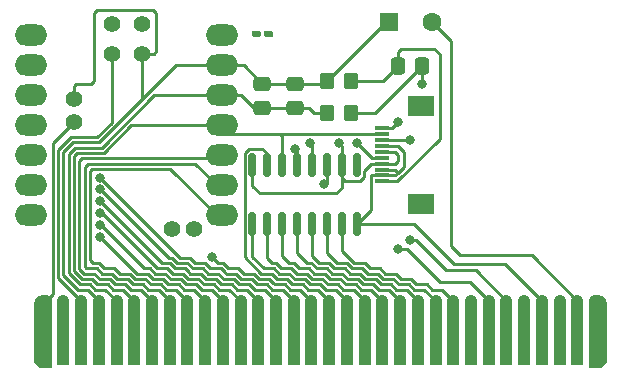
<source format=gbr>
%TF.GenerationSoftware,KiCad,Pcbnew,(6.0.11-0)*%
%TF.CreationDate,2023-06-25T12:17:34-05:00*%
%TF.ProjectId,TypePak,54797065-5061-46b2-9e6b-696361645f70,rev?*%
%TF.SameCoordinates,Original*%
%TF.FileFunction,Copper,L1,Top*%
%TF.FilePolarity,Positive*%
%FSLAX46Y46*%
G04 Gerber Fmt 4.6, Leading zero omitted, Abs format (unit mm)*
G04 Created by KiCad (PCBNEW (6.0.11-0)) date 2023-06-25 12:17:34*
%MOMM*%
%LPD*%
G01*
G04 APERTURE LIST*
G04 Aperture macros list*
%AMRoundRect*
0 Rectangle with rounded corners*
0 $1 Rounding radius*
0 $2 $3 $4 $5 $6 $7 $8 $9 X,Y pos of 4 corners*
0 Add a 4 corners polygon primitive as box body*
4,1,4,$2,$3,$4,$5,$6,$7,$8,$9,$2,$3,0*
0 Add four circle primitives for the rounded corners*
1,1,$1+$1,$2,$3*
1,1,$1+$1,$4,$5*
1,1,$1+$1,$6,$7*
1,1,$1+$1,$8,$9*
0 Add four rect primitives between the rounded corners*
20,1,$1+$1,$2,$3,$4,$5,0*
20,1,$1+$1,$4,$5,$6,$7,0*
20,1,$1+$1,$6,$7,$8,$9,0*
20,1,$1+$1,$8,$9,$2,$3,0*%
%AMFreePoly0*
4,1,23,0.012351,0.494884,0.073905,0.494508,0.209726,0.453889,0.328688,0.376782,0.421226,0.269385,0.479903,0.140333,0.500000,0.000000,0.500000,-5.700000,-0.500000,-5.700000,-1.000000,-5.200000,-1.000000,-0.250000,-0.998900,-0.250000,-0.999927,-0.239528,-0.978971,-0.073643,-0.921784,0.083476,-0.831208,0.224022,-0.711746,0.341008,-0.569334,0.428620,-0.411051,0.482504,-0.251839,0.499238,
-0.250000,0.500000,0.000000,0.500000,0.012351,0.494884,0.012351,0.494884,$1*%
%AMFreePoly1*
4,1,16,0.072842,0.495741,0.209002,0.455021,0.328260,0.377721,0.421030,0.270057,0.479853,0.140683,0.500000,0.000000,0.500000,-5.400000,-0.500000,-5.400000,-0.500000,-0.012664,-0.502457,0.006124,-0.480592,0.146550,-0.420193,0.275196,-0.326115,0.381719,-0.205921,0.457555,-0.069274,0.496609,0.072842,0.495741,0.072842,0.495741,$1*%
%AMFreePoly2*
4,1,24,0.251094,0.499547,0.255236,0.499982,0.421263,0.480184,0.578778,0.424096,0.719953,0.334503,0.837770,0.215861,0.926374,0.074064,0.981362,-0.083839,1.000000,-0.250000,1.000000,-5.200000,0.500000,-5.700000,-0.500000,-5.700000,-0.500000,0.000000,-0.499365,0.001534,-0.499963,0.006109,-0.478152,0.146186,-0.417904,0.274511,-0.324060,0.380769,-0.204165,0.456417,-0.067858,0.495374,
-0.011992,0.495033,0.000000,0.500000,0.250000,0.500000,0.251094,0.499547,0.251094,0.499547,$1*%
G04 Aperture macros list end*
%TA.AperFunction,SMDPad,CuDef*%
%ADD10RoundRect,0.250000X0.350000X0.450000X-0.350000X0.450000X-0.350000X-0.450000X0.350000X-0.450000X0*%
%TD*%
%TA.AperFunction,ComponentPad*%
%ADD11C,0.800000*%
%TD*%
%TA.AperFunction,ConnectorPad*%
%ADD12FreePoly0,0.000000*%
%TD*%
%TA.AperFunction,ConnectorPad*%
%ADD13FreePoly1,0.000000*%
%TD*%
%TA.AperFunction,ConnectorPad*%
%ADD14FreePoly2,0.000000*%
%TD*%
%TA.AperFunction,SMDPad,CuDef*%
%ADD15RoundRect,0.250000X-0.350000X-0.450000X0.350000X-0.450000X0.350000X0.450000X-0.350000X0.450000X0*%
%TD*%
%TA.AperFunction,SMDPad,CuDef*%
%ADD16RoundRect,0.250000X0.475000X-0.337500X0.475000X0.337500X-0.475000X0.337500X-0.475000X-0.337500X0*%
%TD*%
%TA.AperFunction,SMDPad,CuDef*%
%ADD17RoundRect,0.250000X0.337500X0.475000X-0.337500X0.475000X-0.337500X-0.475000X0.337500X-0.475000X0*%
%TD*%
%TA.AperFunction,SMDPad,CuDef*%
%ADD18RoundRect,0.150000X0.150000X-0.825000X0.150000X0.825000X-0.150000X0.825000X-0.150000X-0.825000X0*%
%TD*%
%TA.AperFunction,SMDPad,CuDef*%
%ADD19R,1.300000X0.300000*%
%TD*%
%TA.AperFunction,SMDPad,CuDef*%
%ADD20R,2.200000X1.800000*%
%TD*%
%TA.AperFunction,ComponentPad*%
%ADD21O,2.750000X1.800000*%
%TD*%
%TA.AperFunction,ComponentPad*%
%ADD22C,1.397000*%
%TD*%
%TA.AperFunction,ComponentPad*%
%ADD23RoundRect,0.250000X-0.550000X-0.550000X0.550000X-0.550000X0.550000X0.550000X-0.550000X0.550000X0*%
%TD*%
%TA.AperFunction,ComponentPad*%
%ADD24C,1.600000*%
%TD*%
%TA.AperFunction,ViaPad*%
%ADD25C,0.800000*%
%TD*%
%TA.AperFunction,Conductor*%
%ADD26C,0.250000*%
%TD*%
G04 APERTURE END LIST*
D10*
%TO.P,FB1,1*%
%TO.N,Net-(C3-Pad1)*%
X152250000Y-94750000D03*
%TO.P,FB1,2*%
%TO.N,VCC*%
X150250000Y-94750000D03*
%TD*%
D11*
%TO.P,J1,1,Pin_1*%
%TO.N,BATOUT*%
X126400000Y-110600000D03*
D12*
X126400000Y-110600000D03*
D11*
%TO.P,J1,2,Pin_2*%
%TO.N,BATIN*%
X127900000Y-110600000D03*
D13*
X127900000Y-110600000D03*
D11*
%TO.P,J1,3,Pin_3*%
%TO.N,RST*%
X129400000Y-110600000D03*
D13*
X129400000Y-110600000D03*
D11*
%TO.P,J1,4,Pin_4*%
%TO.N,GND*%
X130900000Y-110600000D03*
D13*
X130900000Y-110600000D03*
D11*
%TO.P,J1,5,Pin_5*%
%TO.N,VCC*%
X132400000Y-110600000D03*
D13*
X132400000Y-110600000D03*
%TO.P,J1,6,Pin_6*%
%TO.N,MOSI*%
X133900000Y-110600000D03*
D11*
X133900000Y-110600000D03*
%TO.P,J1,7,Pin_7*%
%TO.N,MISO*%
X135400000Y-110600000D03*
D13*
X135400000Y-110600000D03*
D11*
%TO.P,J1,8,Pin_8*%
%TO.N,SCK*%
X136900000Y-110600000D03*
D13*
X136900000Y-110600000D03*
D11*
%TO.P,J1,9,Pin_9*%
%TO.N,IO_CS*%
X138400000Y-110600000D03*
D13*
X138400000Y-110600000D03*
D11*
%TO.P,J1,10,Pin_10*%
%TO.N,row5*%
X139900000Y-110600000D03*
D13*
X139900000Y-110600000D03*
D11*
%TO.P,J1,11,Pin_11*%
%TO.N,row4*%
X141400000Y-110600000D03*
D13*
X141400000Y-110600000D03*
D11*
%TO.P,J1,12,Pin_12*%
%TO.N,row3*%
X142900000Y-110600000D03*
D13*
X142900000Y-110600000D03*
%TO.P,J1,13,Pin_13*%
%TO.N,row2*%
X144400000Y-110600000D03*
D11*
X144400000Y-110600000D03*
%TO.P,J1,14,Pin_14*%
%TO.N,row1*%
X145900000Y-110600000D03*
D13*
X145900000Y-110600000D03*
D11*
%TO.P,J1,15,Pin_15*%
%TO.N,row0*%
X147400000Y-110600000D03*
D13*
X147400000Y-110600000D03*
%TO.P,J1,16,Pin_16*%
%TO.N,LCD_CS*%
X148900000Y-110600000D03*
D11*
X148900000Y-110600000D03*
%TO.P,J1,17,Pin_17*%
%TO.N,col0*%
X150400000Y-110600000D03*
D13*
X150400000Y-110600000D03*
D11*
%TO.P,J1,18,Pin_18*%
%TO.N,col1*%
X151900000Y-110600000D03*
D13*
X151900000Y-110600000D03*
%TO.P,J1,19,Pin_19*%
%TO.N,col2*%
X153400000Y-110600000D03*
D11*
X153400000Y-110600000D03*
%TO.P,J1,20,Pin_20*%
%TO.N,col3*%
X154900000Y-110600000D03*
D13*
X154900000Y-110600000D03*
D11*
%TO.P,J1,21,Pin_21*%
%TO.N,col4*%
X156400000Y-110600000D03*
D13*
X156400000Y-110600000D03*
D11*
%TO.P,J1,22,Pin_22*%
%TO.N,col5*%
X157900000Y-110600000D03*
D13*
X157900000Y-110600000D03*
D11*
%TO.P,J1,23,Pin_23*%
%TO.N,col6*%
X159400000Y-110600000D03*
D13*
X159400000Y-110600000D03*
%TO.P,J1,24,Pin_24*%
%TO.N,col7*%
X160900000Y-110600000D03*
D11*
X160900000Y-110600000D03*
D13*
%TO.P,J1,25,Pin_25*%
%TO.N,MISO*%
X162400000Y-110600000D03*
D11*
X162400000Y-110600000D03*
%TO.P,J1,26,Pin_26*%
%TO.N,NFC0*%
X163900000Y-110600000D03*
D13*
X163900000Y-110600000D03*
D11*
%TO.P,J1,27,Pin_27*%
%TO.N,NFC1*%
X165400000Y-110600000D03*
D13*
X165400000Y-110600000D03*
%TO.P,J1,28,Pin_28*%
%TO.N,VCC*%
X166900000Y-110600000D03*
D11*
X166900000Y-110600000D03*
D13*
%TO.P,J1,29,Pin_29*%
%TO.N,GND*%
X168400000Y-110600000D03*
D11*
X168400000Y-110600000D03*
%TO.P,J1,30,Pin_30*%
%TO.N,RST*%
X169900000Y-110600000D03*
D13*
X169900000Y-110600000D03*
%TO.P,J1,31,Pin_31*%
%TO.N,BATIN*%
X171400000Y-110600000D03*
D11*
X171400000Y-110600000D03*
%TO.P,J1,32,Pin_32*%
%TO.N,BATOUT*%
X172900000Y-110600000D03*
D14*
X172900000Y-110600000D03*
%TD*%
D15*
%TO.P,FB2,1*%
%TO.N,GND*%
X150250000Y-92000000D03*
%TO.P,FB2,2*%
%TO.N,Net-(C3-Pad2)*%
X152250000Y-92000000D03*
%TD*%
D16*
%TO.P,C1,1*%
%TO.N,VCC*%
X144750000Y-94287500D03*
%TO.P,C1,2*%
%TO.N,GND*%
X144750000Y-92212500D03*
%TD*%
D17*
%TO.P,C3,1*%
%TO.N,Net-(C3-Pad1)*%
X158287500Y-90750000D03*
%TO.P,C3,2*%
%TO.N,Net-(C3-Pad2)*%
X156212500Y-90750000D03*
%TD*%
D18*
%TO.P,U2,1,QB*%
%TO.N,col1*%
X143855000Y-104075000D03*
%TO.P,U2,2,QC*%
%TO.N,col2*%
X145125000Y-104075000D03*
%TO.P,U2,3,QD*%
%TO.N,col3*%
X146395000Y-104075000D03*
%TO.P,U2,4,QE*%
%TO.N,col4*%
X147665000Y-104075000D03*
%TO.P,U2,5,QF*%
%TO.N,col5*%
X148935000Y-104075000D03*
%TO.P,U2,6,QG*%
%TO.N,col6*%
X150205000Y-104075000D03*
%TO.P,U2,7,QH*%
%TO.N,col7*%
X151475000Y-104075000D03*
%TO.P,U2,8,GND*%
%TO.N,GND*%
X152745000Y-104075000D03*
%TO.P,U2,9,QH'*%
%TO.N,unconnected-(U2-Pad9)*%
X152745000Y-99125000D03*
%TO.P,U2,10,~{SRCLR}*%
%TO.N,VCC*%
X151475000Y-99125000D03*
%TO.P,U2,11,SRCLK*%
%TO.N,SCK*%
X150205000Y-99125000D03*
%TO.P,U2,12,RCLK*%
%TO.N,IO_CS*%
X148935000Y-99125000D03*
%TO.P,U2,13,~{OE}*%
%TO.N,GND*%
X147665000Y-99125000D03*
%TO.P,U2,14,SER*%
%TO.N,MOSI*%
X146395000Y-99125000D03*
%TO.P,U2,15,QA*%
%TO.N,col0*%
X145125000Y-99125000D03*
%TO.P,U2,16,VCC*%
%TO.N,VCC*%
X143855000Y-99125000D03*
%TD*%
D16*
%TO.P,C2,1*%
%TO.N,VCC*%
X147500000Y-94287500D03*
%TO.P,C2,2*%
%TO.N,GND*%
X147500000Y-92212500D03*
%TD*%
D19*
%TO.P,J3,1,Pin_1*%
%TO.N,SCK*%
X154900000Y-96000000D03*
%TO.P,J3,2,Pin_2*%
%TO.N,MOSI*%
X154900000Y-96500000D03*
%TO.P,J3,3,Pin_3*%
%TO.N,LCD_CS*%
X154900000Y-97000000D03*
%TO.P,J3,4,Pin_4*%
%TO.N,GND*%
X154900000Y-97500000D03*
%TO.P,J3,5,Pin_5*%
%TO.N,VCC*%
X154900000Y-98000000D03*
%TO.P,J3,6,Pin_6*%
%TO.N,Net-(C3-Pad1)*%
X154900000Y-98500000D03*
%TO.P,J3,7,Pin_7*%
%TO.N,VCC*%
X154900000Y-99000000D03*
%TO.P,J3,8,Pin_8*%
%TO.N,GND*%
X154900000Y-99500000D03*
%TO.P,J3,9,Pin_9*%
X154900000Y-100000000D03*
%TO.P,J3,10,Pin_10*%
%TO.N,Net-(C3-Pad2)*%
X154900000Y-100500000D03*
D20*
%TO.P,J3,MP*%
%TO.N,N/C*%
X158150000Y-94100000D03*
X158150000Y-102400000D03*
%TD*%
D21*
%TO.P,U1,1,A2/0.02_H*%
%TO.N,row0*%
X125155000Y-88130000D03*
%TO.P,U1,2,A4/0.03_H*%
%TO.N,row1*%
X125155000Y-90670000D03*
%TO.P,U1,3,A10/0.28*%
%TO.N,row2*%
X125155000Y-93210000D03*
%TO.P,U1,4,A11/0.29*%
%TO.N,row3*%
X125155000Y-95750000D03*
%TO.P,U1,5,A8_SDA/0.04_H*%
%TO.N,row4*%
X125155000Y-98290000D03*
%TO.P,U1,6,A9_SCL/0.05_H*%
%TO.N,row5*%
X125155000Y-100830000D03*
%TO.P,U1,7,B8_TX/1.11*%
%TO.N,LCD_CS*%
X125155000Y-103370000D03*
%TO.P,U1,8,B9_RX/1.12*%
%TO.N,IO_CS*%
X141345000Y-103370000D03*
%TO.P,U1,9,A7_SCK/1.13*%
%TO.N,SCK*%
X141345000Y-100830000D03*
%TO.P,U1,10,A5_MISO/1.14*%
%TO.N,MISO*%
X141345000Y-98290000D03*
%TO.P,U1,11,A6_MOSI/1.15*%
%TO.N,MOSI*%
X141345000Y-95750000D03*
%TO.P,U1,12,3V3*%
%TO.N,VCC*%
X141345000Y-93210000D03*
%TO.P,U1,13,GND*%
%TO.N,GND*%
X141345000Y-90670000D03*
%TO.P,U1,14,5V*%
%TO.N,unconnected-(U1-Pad14)*%
X141345000Y-88130000D03*
D22*
%TO.P,U1,15,A31_SWDIO*%
%TO.N,unconnected-(U1-Pad15)*%
X131980000Y-87178000D03*
%TO.P,U1,16,A30_SWCLK*%
%TO.N,unconnected-(U1-Pad16)*%
X134520000Y-87178000D03*
%TO.P,U1,17,RESET*%
%TO.N,RST*%
X131980000Y-89718000D03*
%TO.P,U1,18,GND*%
%TO.N,GND*%
X134520000Y-89718000D03*
%TO.P,U1,19,BAT*%
%TO.N,BATOUT*%
X128805000Y-95433000D03*
%TO.P,U1,20,GND*%
%TO.N,GND*%
X128805000Y-93528000D03*
%TO.P,U1,21,NFC1/0.09_H*%
%TO.N,NFC0*%
X137052408Y-104551408D03*
%TO.P,U1,22,NFC2/0.10_H*%
%TO.N,NFC1*%
X138957408Y-104551408D03*
%TD*%
D23*
%TO.P,J2,1,Pin_1*%
%TO.N,GND*%
X155500000Y-87000000D03*
D24*
%TO.P,J2,2,Pin_2*%
%TO.N,BATIN*%
X159100000Y-87000000D03*
%TD*%
D25*
%TO.N,VCC*%
X151250000Y-97250000D03*
%TO.N,GND*%
X147500000Y-97724500D03*
%TO.N,Net-(C3-Pad1)*%
X158250000Y-92250000D03*
X152750000Y-97250000D03*
%TO.N,SCK*%
X150000000Y-100750000D03*
X156250000Y-95500000D03*
%TO.N,IO_CS*%
X148750000Y-97250000D03*
%TO.N,row5*%
X131000000Y-105172015D03*
%TO.N,row4*%
X131000000Y-104172512D03*
%TO.N,row3*%
X131000000Y-103173009D03*
%TO.N,row2*%
X131000000Y-102173506D03*
%TO.N,row1*%
X131000000Y-101174003D03*
%TO.N,row0*%
X131000000Y-100174500D03*
%TO.N,LCD_CS*%
X157250000Y-97000000D03*
X140503289Y-106900500D03*
%TO.N,NFC0*%
X156250000Y-106250000D03*
%TO.N,NFC1*%
X157250000Y-105500000D03*
%TD*%
D26*
%TO.N,VCC*%
X144500000Y-101500000D02*
X151000000Y-101500000D01*
X153370000Y-99580000D02*
X153370000Y-100146751D01*
X156250000Y-98750000D02*
X156250000Y-98250000D01*
X135562792Y-93210000D02*
X140870000Y-93210000D01*
X143855000Y-100855000D02*
X144500000Y-101500000D01*
X156000000Y-98000000D02*
X154900000Y-98000000D01*
X130143198Y-109206802D02*
X129279594Y-109206802D01*
X144037500Y-94287500D02*
X142960000Y-93210000D01*
X151475000Y-99125000D02*
X151475000Y-97475000D01*
X144750000Y-94287500D02*
X147500000Y-94287500D01*
X154900000Y-99000000D02*
X156000000Y-99000000D01*
X150250000Y-94750000D02*
X149150000Y-94750000D01*
X151750000Y-100500000D02*
X151475000Y-100225000D01*
X148687500Y-94287500D02*
X147500000Y-94287500D01*
X130593198Y-109656802D02*
X130143198Y-109206802D01*
X151475000Y-100225000D02*
X151475000Y-99125000D01*
X153950000Y-99000000D02*
X153370000Y-99580000D01*
X128350000Y-108277208D02*
X128350000Y-98172792D01*
X143855000Y-99125000D02*
X143855000Y-100855000D01*
X142960000Y-93210000D02*
X140870000Y-93210000D01*
X132400000Y-110600000D02*
X131456802Y-109656802D01*
X154900000Y-99000000D02*
X153950000Y-99000000D01*
X129279594Y-109206802D02*
X128350000Y-108277208D01*
X128350000Y-98172792D02*
X128872792Y-97650000D01*
X153370000Y-100146751D02*
X153016751Y-100500000D01*
X156250000Y-98250000D02*
X156000000Y-98000000D01*
X128872792Y-97650000D02*
X131122792Y-97650000D01*
X151475000Y-99125000D02*
X151475000Y-101025000D01*
X153016751Y-100500000D02*
X151750000Y-100500000D01*
X156000000Y-99000000D02*
X156250000Y-98750000D01*
X131122792Y-97650000D02*
X135562792Y-93210000D01*
X151475000Y-97475000D02*
X151250000Y-97250000D01*
X131456802Y-109656802D02*
X130593198Y-109656802D01*
X149150000Y-94750000D02*
X148687500Y-94287500D01*
X151475000Y-101025000D02*
X151000000Y-101500000D01*
X144750000Y-94287500D02*
X144037500Y-94287500D01*
%TO.N,GND*%
X155250000Y-87000000D02*
X155500000Y-87000000D01*
X156000000Y-99500000D02*
X154900000Y-99500000D01*
X165300000Y-107500000D02*
X161000000Y-107500000D01*
X130900000Y-110600000D02*
X129956802Y-109656802D01*
X156250000Y-97500000D02*
X154900000Y-97500000D01*
X143207500Y-90670000D02*
X144750000Y-92212500D01*
X156000000Y-99500000D02*
X156250000Y-99750000D01*
X130750000Y-86000000D02*
X135500000Y-86000000D01*
X147665000Y-99125000D02*
X147665000Y-97889500D01*
X147500000Y-92212500D02*
X150037500Y-92212500D01*
X153925000Y-102895000D02*
X152745000Y-104075000D01*
X144750000Y-92212500D02*
X147500000Y-92212500D01*
X154900000Y-100000000D02*
X156000000Y-100000000D01*
X128686396Y-97200000D02*
X130936396Y-97200000D01*
X161000000Y-107500000D02*
X157575000Y-104075000D01*
X130500000Y-92000000D02*
X130500000Y-86250000D01*
X156250000Y-99750000D02*
X156750000Y-99250000D01*
X150037500Y-92212500D02*
X150250000Y-92000000D01*
X153950000Y-100000000D02*
X153925000Y-100025000D01*
X134318198Y-93818198D02*
X137466396Y-90670000D01*
X127900000Y-97986396D02*
X128686396Y-97200000D01*
X130250000Y-92250000D02*
X130500000Y-92000000D01*
X135750000Y-89500000D02*
X135532000Y-89718000D01*
X135532000Y-89718000D02*
X134520000Y-89718000D01*
X127900000Y-108463604D02*
X127900000Y-97986396D01*
X156000000Y-100000000D02*
X156250000Y-99750000D01*
X150250000Y-92000000D02*
X155250000Y-87000000D01*
X128805000Y-93528000D02*
X128805000Y-92445000D01*
X134520000Y-89718000D02*
X134520000Y-93616396D01*
X128805000Y-92445000D02*
X129000000Y-92250000D01*
X129093198Y-109656802D02*
X127900000Y-108463604D01*
X130936396Y-97200000D02*
X134318198Y-93818198D01*
X168400000Y-110600000D02*
X165300000Y-107500000D01*
X135750000Y-86250000D02*
X135750000Y-89500000D01*
X130500000Y-86250000D02*
X130750000Y-86000000D01*
X135500000Y-86000000D02*
X135750000Y-86250000D01*
X157575000Y-104075000D02*
X152745000Y-104075000D01*
X153925000Y-100025000D02*
X153925000Y-102895000D01*
X129000000Y-92250000D02*
X130250000Y-92250000D01*
X154900000Y-100000000D02*
X153950000Y-100000000D01*
X147665000Y-97889500D02*
X147500000Y-97724500D01*
X134520000Y-93616396D02*
X134318198Y-93818198D01*
X156750000Y-99250000D02*
X156750000Y-98000000D01*
X140870000Y-90670000D02*
X143207500Y-90670000D01*
X129956802Y-109656802D02*
X129093198Y-109656802D01*
X137466396Y-90670000D02*
X140870000Y-90670000D01*
X156750000Y-98000000D02*
X156250000Y-97500000D01*
%TO.N,Net-(C3-Pad1)*%
X158287500Y-92212500D02*
X158250000Y-92250000D01*
X154000000Y-98500000D02*
X152750000Y-97250000D01*
X152250000Y-94750000D02*
X154287500Y-94750000D01*
X154900000Y-98500000D02*
X154000000Y-98500000D01*
X158287500Y-90750000D02*
X158287500Y-92212500D01*
X154287500Y-94750000D02*
X158287500Y-90750000D01*
%TO.N,Net-(C3-Pad2)*%
X156500000Y-89250000D02*
X156212500Y-89537500D01*
X159750000Y-96886396D02*
X159750000Y-89750000D01*
X156136396Y-100500000D02*
X159750000Y-96886396D01*
X154900000Y-100500000D02*
X156136396Y-100500000D01*
X159250000Y-89250000D02*
X156500000Y-89250000D01*
X152250000Y-92000000D02*
X154962500Y-92000000D01*
X156212500Y-89537500D02*
X156212500Y-90750000D01*
X154962500Y-92000000D02*
X156212500Y-90750000D01*
X159750000Y-89750000D02*
X159250000Y-89250000D01*
%TO.N,BATIN*%
X160750000Y-106000000D02*
X160750000Y-88650000D01*
X167550000Y-106750000D02*
X161500000Y-106750000D01*
X161500000Y-106750000D02*
X160750000Y-106000000D01*
X171400000Y-110600000D02*
X167550000Y-106750000D01*
X160750000Y-88650000D02*
X159100000Y-87000000D01*
%TO.N,BATOUT*%
X126400000Y-110600000D02*
X127000000Y-110000000D01*
X127000000Y-97238000D02*
X128805000Y-95433000D01*
X127000000Y-110000000D02*
X127000000Y-97238000D01*
%TO.N,RST*%
X128500000Y-96750000D02*
X130750000Y-96750000D01*
X130750000Y-96750000D02*
X131980000Y-95520000D01*
X131980000Y-95520000D02*
X131980000Y-89718000D01*
X127450000Y-97800000D02*
X128500000Y-96750000D01*
X127450000Y-108650000D02*
X127450000Y-97800000D01*
X129400000Y-110600000D02*
X127450000Y-108650000D01*
%TO.N,MOSI*%
X131309188Y-98100000D02*
X133659188Y-95750000D01*
X128800000Y-108090812D02*
X128800000Y-98359188D01*
X132093198Y-109656802D02*
X131643198Y-109206802D01*
X146395000Y-99125000D02*
X146395000Y-96645000D01*
X146395000Y-96645000D02*
X146250000Y-96500000D01*
X141620000Y-96500000D02*
X140870000Y-95750000D01*
X132956802Y-109656802D02*
X132093198Y-109656802D01*
X154900000Y-96500000D02*
X146250000Y-96500000D01*
X133659188Y-95750000D02*
X140870000Y-95750000D01*
X146250000Y-96500000D02*
X141620000Y-96500000D01*
X129059188Y-98100000D02*
X131309188Y-98100000D01*
X128800000Y-98359188D02*
X129059188Y-98100000D01*
X130779594Y-109206802D02*
X130329594Y-108756802D01*
X131643198Y-109206802D02*
X130779594Y-109206802D01*
X130329594Y-108756802D02*
X129465990Y-108756802D01*
X133900000Y-110600000D02*
X132956802Y-109656802D01*
X129465990Y-108756802D02*
X128800000Y-108090812D01*
%TO.N,MISO*%
X135400000Y-110600000D02*
X134456802Y-109656802D01*
X133593198Y-109656802D02*
X133143198Y-109206802D01*
X129250000Y-107904416D02*
X129250000Y-98750000D01*
X130965990Y-108756802D02*
X130515990Y-108306802D01*
X129450000Y-98550000D02*
X140610000Y-98550000D01*
X129250000Y-98750000D02*
X129450000Y-98550000D01*
X140610000Y-98550000D02*
X140870000Y-98290000D01*
X134456802Y-109656802D02*
X133593198Y-109656802D01*
X131829594Y-108756802D02*
X130965990Y-108756802D01*
X129652386Y-108306802D02*
X129250000Y-107904416D01*
X133143198Y-109206802D02*
X132279594Y-109206802D01*
X132279594Y-109206802D02*
X131829594Y-108756802D01*
X130515990Y-108306802D02*
X129652386Y-108306802D01*
%TO.N,SCK*%
X129838782Y-107856802D02*
X129700000Y-107718020D01*
X139040000Y-99000000D02*
X140870000Y-100830000D01*
X130702386Y-107856802D02*
X129838782Y-107856802D01*
X133779594Y-109206802D02*
X133329594Y-108756802D01*
X129950000Y-99000000D02*
X139040000Y-99000000D01*
X133329594Y-108756802D02*
X132465990Y-108756802D01*
X132015990Y-108306802D02*
X131152386Y-108306802D01*
X129700000Y-107718020D02*
X129700000Y-99250000D01*
X131152386Y-108306802D02*
X130702386Y-107856802D01*
X135093198Y-109656802D02*
X134643198Y-109206802D01*
X129700000Y-99250000D02*
X129950000Y-99000000D01*
X150205000Y-100545000D02*
X150000000Y-100750000D01*
X136900000Y-110600000D02*
X135956802Y-109656802D01*
X154900000Y-96000000D02*
X155750000Y-96000000D01*
X132465990Y-108756802D02*
X132015990Y-108306802D01*
X155750000Y-96000000D02*
X156250000Y-95500000D01*
X150205000Y-99125000D02*
X150205000Y-100545000D01*
X135956802Y-109656802D02*
X135093198Y-109656802D01*
X134643198Y-109206802D02*
X133779594Y-109206802D01*
%TO.N,IO_CS*%
X134829594Y-108756802D02*
X133965990Y-108756802D01*
X148935000Y-97435000D02*
X148750000Y-97250000D01*
X132652386Y-108306802D02*
X132202386Y-107856802D01*
X137456802Y-109656802D02*
X136593198Y-109656802D01*
X130300000Y-99450000D02*
X136950000Y-99450000D01*
X133515990Y-108306802D02*
X132652386Y-108306802D01*
X131338782Y-107856802D02*
X130888782Y-107406802D01*
X132202386Y-107856802D02*
X131338782Y-107856802D01*
X136593198Y-109656802D02*
X136143198Y-109206802D01*
X136950000Y-99450000D02*
X140870000Y-103370000D01*
X130150000Y-107150000D02*
X130150000Y-99600000D01*
X135279594Y-109206802D02*
X134829594Y-108756802D01*
X136143198Y-109206802D02*
X135279594Y-109206802D01*
X130150000Y-99600000D02*
X130300000Y-99450000D01*
X133965990Y-108756802D02*
X133515990Y-108306802D01*
X130406802Y-107406802D02*
X130150000Y-107150000D01*
X130888782Y-107406802D02*
X130406802Y-107406802D01*
X148935000Y-99125000D02*
X148935000Y-97435000D01*
X138400000Y-110600000D02*
X137456802Y-109656802D01*
%TO.N,row5*%
X136329594Y-108756802D02*
X136779594Y-109206802D01*
X137643198Y-109206802D02*
X138093198Y-109656802D01*
X131000000Y-105172015D02*
X131017599Y-105172015D01*
X134152386Y-108306802D02*
X135015990Y-108306802D01*
X138093198Y-109656802D02*
X138956802Y-109656802D01*
X135465990Y-108756802D02*
X136329594Y-108756802D01*
X138956802Y-109656802D02*
X139900000Y-110600000D01*
X131017599Y-105172015D02*
X134152386Y-108306802D01*
X136779594Y-109206802D02*
X137643198Y-109206802D01*
X135015990Y-108306802D02*
X135465990Y-108756802D01*
%TO.N,row4*%
X134750000Y-107856802D02*
X135202386Y-107856802D01*
X139593198Y-109656802D02*
X140456802Y-109656802D01*
X135652386Y-108306802D02*
X136515990Y-108306802D01*
X140456802Y-109656802D02*
X141400000Y-110600000D01*
X137829594Y-108756802D02*
X138279594Y-109206802D01*
X138279594Y-109206802D02*
X139143198Y-109206802D01*
X136965990Y-108756802D02*
X137829594Y-108756802D01*
X131000000Y-104172512D02*
X131065710Y-104172512D01*
X139143198Y-109206802D02*
X139593198Y-109656802D01*
X135202386Y-107856802D02*
X135652386Y-108306802D01*
X131065710Y-104172512D02*
X134750000Y-107856802D01*
X136515990Y-108306802D02*
X136965990Y-108756802D01*
%TO.N,row3*%
X138465990Y-108756802D02*
X139329594Y-108756802D01*
X135838782Y-107856802D02*
X136702386Y-107856802D01*
X141956802Y-109656802D02*
X142900000Y-110600000D01*
X138015990Y-108306802D02*
X138465990Y-108756802D01*
X139779594Y-109206802D02*
X140643198Y-109206802D01*
X131000000Y-103173009D02*
X131154989Y-103173009D01*
X141093198Y-109656802D02*
X141956802Y-109656802D01*
X139329594Y-108756802D02*
X139779594Y-109206802D01*
X137152386Y-108306802D02*
X138015990Y-108306802D01*
X140643198Y-109206802D02*
X141093198Y-109656802D01*
X136702386Y-107856802D02*
X137152386Y-108306802D01*
X131154989Y-103173009D02*
X135838782Y-107856802D01*
%TO.N,row2*%
X141161396Y-109088604D02*
X140829594Y-108756802D01*
X139515990Y-108306802D02*
X139000000Y-108306802D01*
X143456802Y-109656802D02*
X142593198Y-109656802D01*
X139000000Y-108306802D02*
X138750000Y-108306802D01*
X137829594Y-107856802D02*
X137338782Y-107856802D01*
X141279594Y-109206802D02*
X141161396Y-109088604D01*
X138750000Y-108306802D02*
X138652386Y-108306802D01*
X139965990Y-108756802D02*
X139854594Y-108645406D01*
X140084010Y-108756802D02*
X139965990Y-108756802D01*
X141770406Y-109206802D02*
X141279594Y-109206802D01*
X137338782Y-107856802D02*
X136990990Y-107509010D01*
X131000000Y-102173506D02*
X131025802Y-102173506D01*
X140500000Y-108756802D02*
X140084010Y-108756802D01*
X138422792Y-108077208D02*
X138202386Y-107856802D01*
X144400000Y-110600000D02*
X143456802Y-109656802D01*
X138652386Y-108306802D02*
X138422792Y-108077208D01*
X142143198Y-109206802D02*
X141770406Y-109206802D01*
X136259098Y-107406802D02*
X136888782Y-107406802D01*
X131025802Y-102173506D02*
X136259098Y-107406802D01*
X139854594Y-108645406D02*
X139515990Y-108306802D01*
X136990990Y-107509010D02*
X136888782Y-107406802D01*
X142593198Y-109656802D02*
X142143198Y-109206802D01*
X138202386Y-107856802D02*
X137829594Y-107856802D01*
X136888782Y-107406802D02*
X136500000Y-107406802D01*
X140829594Y-108756802D02*
X140500000Y-108756802D01*
%TO.N,row1*%
X142779594Y-109206802D02*
X143643198Y-109206802D01*
X144956802Y-109656802D02*
X145900000Y-110600000D01*
X142329594Y-108756802D02*
X142779594Y-109206802D01*
X137075178Y-106956802D02*
X137525178Y-107406802D01*
X137525178Y-107406802D02*
X138388782Y-107406802D01*
X138838782Y-107856802D02*
X139702386Y-107856802D01*
X141015990Y-108306802D02*
X141465990Y-108756802D01*
X131025802Y-101174003D02*
X136808601Y-106956802D01*
X143643198Y-109206802D02*
X144093198Y-109656802D01*
X140152386Y-108306802D02*
X141015990Y-108306802D01*
X139702386Y-107856802D02*
X140152386Y-108306802D01*
X141465990Y-108756802D02*
X142329594Y-108756802D01*
X136808601Y-106956802D02*
X137075178Y-106956802D01*
X144093198Y-109656802D02*
X144956802Y-109656802D01*
X138388782Y-107406802D02*
X138838782Y-107856802D01*
%TO.N,row0*%
X142854594Y-108645406D02*
X142515990Y-108306802D01*
X137808104Y-106956802D02*
X138206802Y-106956802D01*
X142965990Y-108756802D02*
X142854594Y-108645406D01*
X147400000Y-110600000D02*
X146456802Y-109656802D01*
X145143198Y-109206802D02*
X144770406Y-109206802D01*
X144770406Y-109206802D02*
X144279594Y-109206802D01*
X140338782Y-107856802D02*
X139888782Y-107406802D01*
X144161396Y-109088604D02*
X143829594Y-108756802D01*
X139888782Y-107406802D02*
X139025178Y-107406802D01*
X143500000Y-108756802D02*
X142965990Y-108756802D01*
X142515990Y-108306802D02*
X141770406Y-108306802D01*
X141202386Y-107856802D02*
X140829594Y-107856802D01*
X143829594Y-108756802D02*
X143500000Y-108756802D01*
X141547792Y-108202208D02*
X141202386Y-107856802D01*
X144279594Y-109206802D02*
X144161396Y-109088604D01*
X131025802Y-100174500D02*
X137808104Y-106956802D01*
X140829594Y-107856802D02*
X140338782Y-107856802D01*
X131000000Y-100174500D02*
X131025802Y-100174500D01*
X138575178Y-106956802D02*
X138206802Y-106956802D01*
X145593198Y-109656802D02*
X145143198Y-109206802D01*
X139025178Y-107406802D02*
X138575178Y-106956802D01*
X141652386Y-108306802D02*
X141547792Y-108202208D01*
X141770406Y-108306802D02*
X141652386Y-108306802D01*
X138206802Y-106956802D02*
X138000000Y-106956802D01*
X146456802Y-109656802D02*
X145593198Y-109656802D01*
%TO.N,LCD_CS*%
X142000000Y-107856802D02*
X141838782Y-107856802D01*
X143152386Y-108306802D02*
X142922792Y-108077208D01*
X143750000Y-108306802D02*
X143250000Y-108306802D01*
X147093198Y-109656802D02*
X146643198Y-109206802D01*
X142702386Y-107856802D02*
X142000000Y-107856802D01*
X144956802Y-108756802D02*
X144500000Y-108756802D01*
X154900000Y-97000000D02*
X157250000Y-97000000D01*
X145661396Y-109088604D02*
X145329594Y-108756802D01*
X146643198Y-109206802D02*
X146000000Y-109206802D01*
X144500000Y-108756802D02*
X144465990Y-108756802D01*
X145329594Y-108756802D02*
X144956802Y-108756802D01*
X141388782Y-107406802D02*
X141015990Y-107406802D01*
X144015990Y-108306802D02*
X143750000Y-108306802D01*
X146000000Y-109206802D02*
X145779594Y-109206802D01*
X141490990Y-107509010D02*
X141388782Y-107406802D01*
X144354594Y-108645406D02*
X144015990Y-108306802D01*
X147956802Y-109656802D02*
X147093198Y-109656802D01*
X141838782Y-107856802D02*
X141490990Y-107509010D01*
X145779594Y-109206802D02*
X145661396Y-109088604D01*
X141009591Y-107406802D02*
X140503289Y-106900500D01*
X144465990Y-108756802D02*
X144354594Y-108645406D01*
X143250000Y-108306802D02*
X143152386Y-108306802D01*
X142922792Y-108077208D02*
X142702386Y-107856802D01*
X141015990Y-107406802D02*
X141009591Y-107406802D01*
X148900000Y-110600000D02*
X147956802Y-109656802D01*
%TO.N,col0*%
X145125000Y-99125000D02*
X145125000Y-98125000D01*
X147279594Y-109206802D02*
X146829594Y-108756802D01*
X145515990Y-108306802D02*
X144652386Y-108306802D01*
X145125000Y-98125000D02*
X144750000Y-97750000D01*
X143230000Y-103020000D02*
X143230000Y-98103249D01*
X143230000Y-98103249D02*
X143583249Y-97750000D01*
X148593198Y-109656802D02*
X148143198Y-109206802D01*
X146829594Y-108756802D02*
X145965990Y-108756802D01*
X143750000Y-97750000D02*
X144750000Y-97750000D01*
X149456802Y-109656802D02*
X148593198Y-109656802D01*
X143230000Y-106884416D02*
X143230000Y-103020000D01*
X150400000Y-110600000D02*
X149456802Y-109656802D01*
X148143198Y-109206802D02*
X147279594Y-109206802D01*
X145965990Y-108756802D02*
X145515990Y-108306802D01*
X144652386Y-108306802D02*
X143230000Y-106884416D01*
X143583249Y-97750000D02*
X143750000Y-97750000D01*
%TO.N,col1*%
X151900000Y-110600000D02*
X150956802Y-109656802D01*
X149643198Y-109206802D02*
X148779594Y-109206802D01*
X148329594Y-108756802D02*
X147465990Y-108756802D01*
X148779594Y-109206802D02*
X148329594Y-108756802D01*
X143855000Y-106873020D02*
X143855000Y-104075000D01*
X147015990Y-108306802D02*
X146152386Y-108306802D01*
X146152386Y-108306802D02*
X145702386Y-107856802D01*
X145702386Y-107856802D02*
X144838782Y-107856802D01*
X150956802Y-109656802D02*
X150093198Y-109656802D01*
X144838782Y-107856802D02*
X143855000Y-106873020D01*
X147465990Y-108756802D02*
X147015990Y-108306802D01*
X150093198Y-109656802D02*
X149643198Y-109206802D01*
%TO.N,col2*%
X152456802Y-109656802D02*
X151593198Y-109656802D01*
X149829594Y-108756802D02*
X148965990Y-108756802D01*
X147202386Y-107856802D02*
X146338782Y-107856802D01*
X147652386Y-108306802D02*
X147202386Y-107856802D01*
X145515990Y-107406802D02*
X145125000Y-107015812D01*
X145125000Y-107015812D02*
X145125000Y-104075000D01*
X151143198Y-109206802D02*
X150279594Y-109206802D01*
X153400000Y-110600000D02*
X152456802Y-109656802D01*
X148965990Y-108756802D02*
X148515990Y-108306802D01*
X146338782Y-107856802D02*
X145888782Y-107406802D01*
X151593198Y-109656802D02*
X151143198Y-109206802D01*
X148515990Y-108306802D02*
X147652386Y-108306802D01*
X150279594Y-109206802D02*
X149829594Y-108756802D01*
X145888782Y-107406802D02*
X145515990Y-107406802D01*
%TO.N,col3*%
X148702386Y-107856802D02*
X147838782Y-107856802D01*
X150015990Y-108306802D02*
X149152386Y-108306802D01*
X146395000Y-106785812D02*
X146395000Y-104075000D01*
X147838782Y-107856802D02*
X147388782Y-107406802D01*
X153956802Y-109656802D02*
X153093198Y-109656802D01*
X151779594Y-109206802D02*
X151329594Y-108756802D01*
X152643198Y-109206802D02*
X151779594Y-109206802D01*
X154900000Y-110600000D02*
X153956802Y-109656802D01*
X150465990Y-108756802D02*
X150015990Y-108306802D01*
X153093198Y-109656802D02*
X152643198Y-109206802D01*
X147015990Y-107406802D02*
X146395000Y-106785812D01*
X151329594Y-108756802D02*
X150465990Y-108756802D01*
X149152386Y-108306802D02*
X148702386Y-107856802D01*
X147388782Y-107406802D02*
X147015990Y-107406802D01*
%TO.N,col4*%
X151515990Y-108306802D02*
X150652386Y-108306802D01*
X147665000Y-106555812D02*
X147665000Y-104075000D01*
X149338782Y-107856802D02*
X148888782Y-107406802D01*
X148888782Y-107406802D02*
X148515990Y-107406802D01*
X156400000Y-110600000D02*
X155456802Y-109656802D01*
X150652386Y-108306802D02*
X150202386Y-107856802D01*
X148515990Y-107406802D02*
X147665000Y-106555812D01*
X151965990Y-108756802D02*
X151515990Y-108306802D01*
X154593198Y-109656802D02*
X154143198Y-109206802D01*
X150202386Y-107856802D02*
X149338782Y-107856802D01*
X152829594Y-108756802D02*
X151965990Y-108756802D01*
X155456802Y-109656802D02*
X154593198Y-109656802D01*
X153279594Y-109206802D02*
X152829594Y-108756802D01*
X154143198Y-109206802D02*
X153279594Y-109206802D01*
%TO.N,col5*%
X155643198Y-109206802D02*
X154779594Y-109206802D01*
X156956802Y-109656802D02*
X156093198Y-109656802D01*
X150388782Y-107406802D02*
X149525178Y-107406802D01*
X148935000Y-106816624D02*
X148935000Y-104075000D01*
X153015990Y-108306802D02*
X152152386Y-108306802D01*
X154329594Y-108756802D02*
X153465990Y-108756802D01*
X152152386Y-108306802D02*
X151702386Y-107856802D01*
X149525178Y-107406802D02*
X148935000Y-106816624D01*
X156093198Y-109656802D02*
X155643198Y-109206802D01*
X151702386Y-107856802D02*
X150838782Y-107856802D01*
X154779594Y-109206802D02*
X154329594Y-108756802D01*
X157900000Y-110600000D02*
X156956802Y-109656802D01*
X150838782Y-107856802D02*
X150388782Y-107406802D01*
X153465990Y-108756802D02*
X153015990Y-108306802D01*
%TO.N,col6*%
X153652386Y-108306802D02*
X153202386Y-107856802D01*
X152338782Y-107856802D02*
X151888782Y-107406802D01*
X155829594Y-108756802D02*
X154965990Y-108756802D01*
X154965990Y-108756802D02*
X154515990Y-108306802D01*
X151025178Y-107406802D02*
X150205000Y-106586624D01*
X150205000Y-106586624D02*
X150205000Y-104075000D01*
X157143198Y-109206802D02*
X156279594Y-109206802D01*
X151888782Y-107406802D02*
X151025178Y-107406802D01*
X153202386Y-107856802D02*
X152338782Y-107856802D01*
X156279594Y-109206802D02*
X155829594Y-108756802D01*
X157593198Y-109656802D02*
X157143198Y-109206802D01*
X158456802Y-109656802D02*
X157593198Y-109656802D01*
X159400000Y-110600000D02*
X158456802Y-109656802D01*
X154515990Y-108306802D02*
X153652386Y-108306802D01*
%TO.N,col7*%
X159956802Y-109656802D02*
X159093198Y-109656802D01*
X157329594Y-108756802D02*
X156465990Y-108756802D01*
X153838782Y-107856802D02*
X153388782Y-107406802D01*
X158643198Y-109206802D02*
X157779594Y-109206802D01*
X153388782Y-107406802D02*
X152525178Y-107406802D01*
X155152386Y-108306802D02*
X154702386Y-107856802D01*
X152525178Y-107406802D02*
X151475000Y-106356624D01*
X154702386Y-107856802D02*
X153838782Y-107856802D01*
X160900000Y-110600000D02*
X159956802Y-109656802D01*
X159093198Y-109656802D02*
X158643198Y-109206802D01*
X151475000Y-106356624D02*
X151475000Y-104075000D01*
X157779594Y-109206802D02*
X157329594Y-108756802D01*
X156465990Y-108756802D02*
X156015990Y-108306802D01*
X156015990Y-108306802D02*
X155152386Y-108306802D01*
%TO.N,NFC0*%
X162300000Y-109000000D02*
X159750000Y-109000000D01*
X157000000Y-106250000D02*
X156250000Y-106250000D01*
X159750000Y-109000000D02*
X157250000Y-106500000D01*
X163900000Y-110600000D02*
X162300000Y-109000000D01*
X157250000Y-106500000D02*
X157000000Y-106250000D01*
%TO.N,NFC1*%
X165400000Y-110600000D02*
X162800000Y-108000000D01*
X160250000Y-108000000D02*
X158000000Y-105750000D01*
X157750000Y-105500000D02*
X157250000Y-105500000D01*
X162800000Y-108000000D02*
X160250000Y-108000000D01*
X158000000Y-105750000D02*
X157750000Y-105500000D01*
%TD*%
%TA.AperFunction,NonConductor*%
G36*
X145592121Y-87770002D02*
G01*
X145638614Y-87823658D01*
X145650000Y-87876000D01*
X145650000Y-88124000D01*
X145629998Y-88192121D01*
X145576342Y-88238614D01*
X145524000Y-88250000D01*
X145026000Y-88250000D01*
X144957879Y-88229998D01*
X144911386Y-88176342D01*
X144900000Y-88124000D01*
X144900000Y-87876000D01*
X144920002Y-87807879D01*
X144973658Y-87761386D01*
X145026000Y-87750000D01*
X145524000Y-87750000D01*
X145592121Y-87770002D01*
G37*
%TD.AperFunction*%
%TA.AperFunction,NonConductor*%
G36*
X144542121Y-87770002D02*
G01*
X144588614Y-87823658D01*
X144600000Y-87876000D01*
X144600000Y-88124000D01*
X144579998Y-88192121D01*
X144526342Y-88238614D01*
X144474000Y-88250000D01*
X143976000Y-88250000D01*
X143907879Y-88229998D01*
X143861386Y-88176342D01*
X143850000Y-88124000D01*
X143850000Y-87876000D01*
X143870002Y-87807879D01*
X143923658Y-87761386D01*
X143976000Y-87750000D01*
X144474000Y-87750000D01*
X144542121Y-87770002D01*
G37*
%TD.AperFunction*%
M02*

</source>
